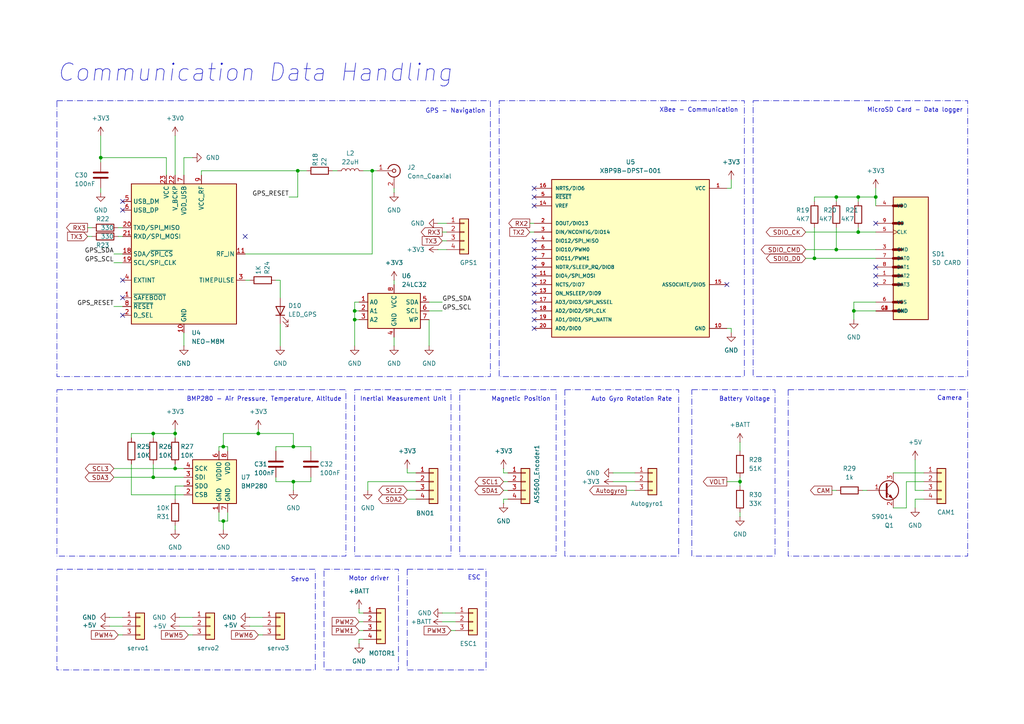
<source format=kicad_sch>
(kicad_sch (version 20231120) (generator "eeschema") (generator_version "8.0")
  (paper "A4")
  (title_block (title "CanSat Avionics - Auto Gyro Descender") (date "2024-10-04") (rev "1.2") (company "Bamantara EEPISAT") (comment 1 "#Bismillah_Juara_1") (comment 2 "#DOA_IBU"))
  (lib_symbols
    (symbol "+3V0_1" (power) (pin_numbers hide) (pin_names (offset 0) hide)
      (property "Value" "+3V0" (at 0 3.556 0))
      (symbol "+3V0_1_0_1"
        (polyline (pts (xy -0.762 1.27) (xy 0 2.54)))
        (polyline (pts (xy 0 0) (xy 0 2.54)))
        (polyline (pts (xy 0 2.54) (xy 0.762 1.27)))
      )
      (symbol "+3V0_1_1_1"
        (pin power_in line (at 0 0 90) (length 0) (name "~") (number "1"))
      )
    )
    (symbol "+3V3_1" (power) (pin_numbers hide) (pin_names (offset 0) hide)
      (property "Value" "+3V3" (at 0 3.556 0))
      (symbol "+3V3_1_0_1"
        (polyline (pts (xy -0.762 1.27) (xy 0 2.54)))
        (polyline (pts (xy 0 0) (xy 0 2.54)))
        (polyline (pts (xy 0 2.54) (xy 0.762 1.27)))
      )
      (symbol "+3V3_1_1_1"
        (pin power_in line (at 0 0 90) (length 0) (name "~") (number "1"))
      )
    )
    (symbol "+5V_1" (power) (pin_numbers hide) (pin_names (offset 0) hide)
      (property "Value" "+5V" (at 0 3.556 0))
      (symbol "+5V_1_0_1"
        (polyline (pts (xy -0.762 1.27) (xy 0 2.54)))
        (polyline (pts (xy 0 0) (xy 0 2.54)))
        (polyline (pts (xy 0 2.54) (xy 0.762 1.27)))
      )
      (symbol "+5V_1_1_1"
        (pin power_in line (at 0 0 90) (length 0) (name "~") (number "1"))
      )
    )
    (symbol "+BATT_1" (power) (pin_numbers hide) (pin_names (offset 0) hide)
      (property "Value" "+BATT" (at 0 3.556 0))
      (symbol "+BATT_1_0_1"
        (polyline (pts (xy -0.762 1.27) (xy 0 2.54)))
        (polyline (pts (xy 0 0) (xy 0 2.54)))
        (polyline (pts (xy 0 2.54) (xy 0.762 1.27)))
      )
      (symbol "+BATT_1_1_1"
        (pin power_in line (at 0 0 90) (length 0) (name "~") (number "1"))
      )
    )
    (symbol "Connector:Conn_Coaxial" (pin_names (offset 1.016) hide)
      (property "Reference" "J" (at 0.254 3.048 0))
      (property "Value" "Conn_Coaxial" (at 2.921 0 90))
      (symbol "Conn_Coaxial_0_1"
        (arc (start -1.778 -0.508) (mid 0.2311 -1.8066) (end 1.778 0) (stroke (width 0.254)))
        (polyline (pts (xy -2.54 0) (xy -0.508 0)))
        (polyline (pts (xy 0 -2.54) (xy 0 -1.778)))
        (circle (center 0 0) (radius 0.508) (stroke (width 0.2032)))
        (arc (start 1.778 0) (mid 0.2099 1.8101) (end -1.778 0.508) (stroke (width 0.254)))
      )
      (symbol "Conn_Coaxial_1_1"
        (pin passive line (at -5.08 0 0) (length 2.54) (name "In") (number "1"))
        (pin passive line (at 0 -5.08 90) (length 2.54) (name "Ext") (number "2"))
      )
    )
    (symbol "Connector_Generic:Conn_01x03" (pin_names (offset 1.016) hide)
      (property "Reference" "J" (at 0 5.08 0))
      (property "Value" "Conn_01x03" (at 0 -5.08 0))
      (symbol "Conn_01x03_1_1"
        (rectangle (start -1.27 -2.413) (end 0 -2.667) (stroke (width 0.1524)))
        (rectangle (start -1.27 0.127) (end 0 -0.127) (stroke (width 0.1524)))
        (rectangle (start -1.27 2.667) (end 0 2.413) (stroke (width 0.1524)))
        (rectangle (start -1.27 3.81) (end 1.27 -3.81) (stroke (width 0.254)) (fill (type background)))
        (pin passive line (at -5.08 2.54 0) (length 3.81) (name "Pin_1") (number "1"))
        (pin passive line (at -5.08 0 0) (length 3.81) (name "Pin_2") (number "2"))
        (pin passive line (at -5.08 -2.54 0) (length 3.81) (name "Pin_3") (number "3"))
      )
    )
    (symbol "Connector_Generic:Conn_01x04" (pin_names (offset 1.016) hide)
      (property "Reference" "J" (at 0 5.08 0))
      (property "Value" "Conn_01x04" (at 0 -7.62 0))
      (symbol "Conn_01x04_1_1"
        (rectangle (start -1.27 -4.953) (end 0 -5.207) (stroke (width 0.1524)))
        (rectangle (start -1.27 -2.413) (end 0 -2.667) (stroke (width 0.1524)))
        (rectangle (start -1.27 0.127) (end 0 -0.127) (stroke (width 0.1524)))
        (rectangle (start -1.27 2.667) (end 0 2.413) (stroke (width 0.1524)))
        (rectangle (start -1.27 3.81) (end 1.27 -6.35) (stroke (width 0.254)) (fill (type background)))
        (pin passive line (at -5.08 2.54 0) (length 3.81) (name "Pin_1") (number "1"))
        (pin passive line (at -5.08 0 0) (length 3.81) (name "Pin_2") (number "2"))
        (pin passive line (at -5.08 -2.54 0) (length 3.81) (name "Pin_3") (number "3"))
        (pin passive line (at -5.08 -5.08 0) (length 3.81) (name "Pin_4") (number "4"))
      )
    )
    (symbol "Device:C" (pin_numbers hide) (pin_names (offset 0.254))
      (property "Reference" "C" (at 0.635 2.54 0))
      (property "Value" "C" (at 0.635 -2.54 0))
      (symbol "C_0_1"
        (polyline (pts (xy -2.032 -0.762) (xy 2.032 -0.762)) (stroke (width 0.508)))
        (polyline (pts (xy -2.032 0.762) (xy 2.032 0.762)) (stroke (width 0.508)))
      )
      (symbol "C_1_1"
        (pin passive line (at 0 3.81 270) (length 2.794) (name "~") (number "1"))
        (pin passive line (at 0 -3.81 90) (length 2.794) (name "~") (number "2"))
      )
    )
    (symbol "Device:L" (pin_numbers hide) (pin_names (offset 1.016) hide)
      (property "Reference" "L" (at -1.27 0 90))
      (property "Value" "L" (at 1.905 0 90))
      (symbol "L_0_1"
        (arc (start 0 -2.54) (mid 0.6323 -1.905) (end 0 -1.27))
        (arc (start 0 -1.27) (mid 0.6323 -0.635) (end 0 0))
        (arc (start 0 0) (mid 0.6323 0.635) (end 0 1.27))
        (arc (start 0 1.27) (mid 0.6323 1.905) (end 0 2.54))
      )
      (symbol "L_1_1"
        (pin passive line (at 0 3.81 270) (length 1.27) (name "1") (number "1"))
        (pin passive line (at 0 -3.81 90) (length 1.27) (name "2") (number "2"))
      )
    )
    (symbol "Device:LED" (pin_numbers hide) (pin_names (offset 1.016) hide)
      (property "Reference" "D" (at 0 2.54 0))
      (property "Value" "LED" (at 0 -2.54 0))
      (symbol "LED_0_1"
        (polyline (pts (xy -1.27 -1.27) (xy -1.27 1.27)) (stroke (width 0.254)))
        (polyline (pts (xy -1.27 0) (xy 1.27 0)))
        (polyline (pts (xy 1.27 -1.27) (xy 1.27 1.27) (xy -1.27 0) (xy 1.27 -1.27)) (stroke (width 0.254)))
        (polyline (pts (xy -3.048 -0.762) (xy -4.572 -2.286) (xy -3.81 -2.286) (xy -4.572 -2.286) (xy -4.572 -1.524)))
        (polyline (pts (xy -1.778 -0.762) (xy -3.302 -2.286) (xy -2.54 -2.286) (xy -3.302 -2.286) (xy -3.302 -1.524)))
      )
      (symbol "LED_1_1"
        (pin passive line (at -3.81 0 0) (length 2.54) (name "K") (number "1"))
        (pin passive line (at 3.81 0 180) (length 2.54) (name "A") (number "2"))
      )
    )
    (symbol "Device:Q_NPN_BEC" (pin_names (offset 0) hide)
      (property "Reference" "Q" (at 5.08 1.27 0))
      (property "Value" "Q_NPN_BEC" (at 5.08 -1.27 0))
      (symbol "Q_NPN_BEC_0_1"
        (polyline (pts (xy 0.635 0.635) (xy 2.54 2.54)))
        (polyline (pts (xy 0.635 -0.635) (xy 2.54 -2.54) (xy 2.54 -2.54)))
        (polyline (pts (xy 0.635 1.905) (xy 0.635 -1.905) (xy 0.635 -1.905)) (stroke (width 0.508)))
        (polyline (pts (xy 1.27 -1.778) (xy 1.778 -1.27) (xy 2.286 -2.286) (xy 1.27 -1.778) (xy 1.27 -1.778)) (fill (type outline)))
        (circle (center 1.27 0) (radius 2.8194) (stroke (width 0.254)))
      )
      (symbol "Q_NPN_BEC_1_1"
        (pin input line (at -5.08 0 0) (length 5.715) (name "B") (number "1"))
        (pin passive line (at 2.54 -5.08 90) (length 2.54) (name "E") (number "2"))
        (pin passive line (at 2.54 5.08 270) (length 2.54) (name "C") (number "3"))
      )
    )
    (symbol "Device:R" (pin_numbers hide) (pin_names (offset 0))
      (property "Reference" "R" (at 2.032 0 90))
      (property "Value" "R" (at 0 0 90))
      (symbol "R_0_1"
        (rectangle (start -1.016 -2.54) (end 1.016 2.54) (stroke (width 0.254)))
      )
      (symbol "R_1_1"
        (pin passive line (at 0 3.81 270) (length 1.27) (name "~") (number "1"))
        (pin passive line (at 0 -3.81 90) (length 1.27) (name "~") (number "2"))
      )
    )
    (symbol "GND_2" (power) (pin_numbers hide) (pin_names (offset 0) hide)
      (property "Value" "GND" (at 0 -3.81 0))
      (symbol "GND_2_0_1"
        (polyline (pts (xy 0 0) (xy 0 -1.27) (xy 1.27 -1.27) (xy 0 -2.54) (xy -1.27 -1.27) (xy 0 -1.27)))
      )
      (symbol "GND_2_1_1"
        (pin power_in line (at 0 0 270) (length 0) (name "~") (number "1"))
      )
    )
    (symbol "Memory_EEPROM:24LC32"
      (property "Reference" "U" (at -6.35 6.35 0))
      (property "Value" "24LC32" (at 1.27 6.35 0))
      (symbol "24LC32_1_1"
        (rectangle (start -7.62 5.08) (end 7.62 -5.08) (stroke (width 0.254)) (fill (type background)))
        (pin input line (at -10.16 2.54 0) (length 2.54) (name "A0") (number "1"))
        (pin input line (at -10.16 0 0) (length 2.54) (name "A1") (number "2"))
        (pin input line (at -10.16 -2.54 0) (length 2.54) (name "A2") (number "3"))
        (pin power_in line (at 0 -7.62 90) (length 2.54) (name "GND") (number "4"))
        (pin bidirectional line (at 10.16 2.54 180) (length 2.54) (name "SDA") (number "5"))
        (pin input line (at 10.16 0 180) (length 2.54) (name "SCL") (number "6"))
        (pin input line (at 10.16 -2.54 180) (length 2.54) (name "WP") (number "7"))
        (pin power_in line (at 0 7.62 270) (length 2.54) (name "VCC") (number "8"))
      )
    )
    (symbol "RF_GPS:NEO-M8M"
      (property "Reference" "U" (at -13.97 21.59 0))
      (property "Value" "NEO-M8M" (at 11.43 21.59 0))
      (symbol "NEO-M8M_0_1"
        (rectangle (start -15.24 20.32) (end 15.24 -20.32) (stroke (width 0.254)) (fill (type background)))
      )
      (symbol "NEO-M8M_1_1"
        (pin input line (at -17.78 -12.7 0) (length 2.54) (name "~{SAFEBOOT}") (number "1"))
        (pin power_in line (at 0 -22.86 90) (length 2.54) (name "GND") (number "10"))
        (pin input line (at 17.78 0 180) (length 2.54) (name "RF_IN") (number "11"))
        (pin passive line (at 0 -22.86 90) (length 2.54) hide (name "GND") (number "12"))
        (pin passive line (at 0 -22.86 90) (length 2.54) hide (name "GND") (number "13"))
        (pin no_connect line (at 15.24 -10.16 180) (length 2.54) hide (name "RESERVED") (number "14"))
        (pin no_connect line (at 15.24 -12.7 180) (length 2.54) hide (name "RESERVED") (number "15"))
        (pin no_connect line (at 15.24 -15.24 180) (length 2.54) hide (name "RESERVED") (number "16"))
        (pin no_connect line (at 15.24 -17.78 180) (length 2.54) hide (name "RESERVED") (number "17"))
        (pin bidirectional line (at -17.78 0 0) (length 2.54) (name "SDA/~{SPI_CS}") (number "18"))
        (pin input line (at -17.78 -2.54 0) (length 2.54) (name "SCL/SPI_CLK") (number "19"))
        (pin input line (at -17.78 -17.78 0) (length 2.54) (name "D_SEL") (number "2"))
        (pin output line (at -17.78 7.62 0) (length 2.54) (name "TXD/SPI_MISO") (number "20"))
        (pin input line (at -17.78 5.08 0) (length 2.54) (name "RXD/SPI_MOSI") (number "21"))
        (pin power_in line (at -2.54 22.86 270) (length 2.54) (name "V_BCKP") (number "22"))
        (pin power_in line (at -5.08 22.86 270) (length 2.54) (name "VCC") (number "23"))
        (pin passive line (at 0 -22.86 90) (length 2.54) hide (name "GND") (number "24"))
        (pin output line (at 17.78 -7.62 180) (length 2.54) (name "TIMEPULSE") (number "3"))
        (pin input line (at -17.78 -7.62 0) (length 2.54) (name "EXTINT") (number "4"))
        (pin bidirectional line (at -17.78 15.24 0) (length 2.54) (name "USB_DM") (number "5"))
        (pin bidirectional line (at -17.78 12.7 0) (length 2.54) (name "USB_DP") (number "6"))
        (pin power_in line (at 0 22.86 270) (length 2.54) (name "VDD_USB") (number "7"))
        (pin input line (at -17.78 -15.24 0) (length 2.54) (name "~{RESET}") (number "8"))
        (pin power_out line (at 5.08 22.86 270) (length 2.54) (name "VCC_RF") (number "9"))
      )
    )
    (symbol "ST-TF-003A:ST-TF-003A" (pin_names (offset 1.016))
      (property "Reference" "P" (at 0 17.7943 0))
      (property "Value" "ST-TF-003A" (at 0 -20.3492 0))
      (symbol "ST-TF-003A_0_0"
        (rectangle (start 0 -17.78) (end 10.16 17.78) (stroke (width 0.254)) (fill (type background)))
        (polyline (pts (xy 0 -15.24) (xy 2.54 -15.24)) (stroke (width 0.762)))
        (polyline (pts (xy 0 -12.7) (xy 2.54 -12.7)) (stroke (width 0.762)))
        (polyline (pts (xy 0 -7.62) (xy 2.54 -7.62)) (stroke (width 0.762)))
        (polyline (pts (xy 0 -5.08) (xy 2.54 -5.08)) (stroke (width 0.762)))
        (polyline (pts (xy 0 -2.54) (xy 2.54 -2.54)) (stroke (width 0.762)))
        (polyline (pts (xy 0 0) (xy 2.54 0)) (stroke (width 0.762)))
        (polyline (pts (xy 0 2.54) (xy 2.54 2.54)) (stroke (width 0.762)))
        (polyline (pts (xy 0 10.16) (xy 2.54 10.16)) (stroke (width 0.762)))
        (polyline (pts (xy 0 15.24) (xy 2.54 15.24)) (stroke (width 0.762)))
        (pin bidirectional line (at -5.08 -5.08 0) (length 5.08) (name "DAT2") (number "1"))
        (pin bidirectional line (at -5.08 -7.62 0) (length 5.08) (name "DAT3") (number "2"))
        (pin bidirectional line (at -5.08 2.54 0) (length 5.08) (name "CMD") (number "3"))
        (pin power_in line (at -5.08 15.24 0) (length 5.08) (name "VDD") (number "4"))
        (pin input clock (at -5.08 7.62 0) (length 5.08) (name "CLK") (number "5"))
        (pin passive line (at -5.08 -12.7 0) (length 5.08) (name "VSS") (number "6"))
        (pin bidirectional line (at -5.08 0 0) (length 5.08) (name "DAT0") (number "7"))
        (pin bidirectional line (at -5.08 -2.54 0) (length 5.08) (name "DAT1") (number "8"))
        (pin input line (at -5.08 10.16 0) (length 5.08) (name "CD") (number "9"))
        (pin passive line (at -5.08 -15.24 0) (length 5.08) (name "GND") (number "G1"))
        (pin passive line (at -5.08 -15.24 0) (length 5.08) (name "GND") (number "G2"))
        (pin passive line (at -5.08 -15.24 0) (length 5.08) (name "GND") (number "G3"))
        (pin passive line (at -5.08 -15.24 0) (length 5.08) (name "GND") (number "G4"))
      )
    )
    (symbol "Sensor_Pressure:BMP280"
      (property "Reference" "U" (at -7.62 10.16 0))
      (property "Value" "BMP280" (at 5.08 10.16 0))
      (symbol "BMP280_0_1"
        (rectangle (start -7.62 -5.08) (end 5.08 7.62) (stroke (width 0.254)) (fill (type background)))
      )
      (symbol "BMP280_1_1"
        (pin power_in line (at 0 -7.62 90) (length 2.54) (name "GND") (number "1"))
        (pin input line (at -10.16 -2.54 0) (length 2.54) (name "CSB") (number "2"))
        (pin bidirectional line (at -10.16 2.54 0) (length 2.54) (name "SDI") (number "3"))
        (pin input line (at -10.16 5.08 0) (length 2.54) (name "SCK") (number "4"))
        (pin bidirectional line (at -10.16 0 0) (length 2.54) (name "SDO") (number "5"))
        (pin power_in line (at 0 10.16 270) (length 2.54) (name "VDDIO") (number "6"))
        (pin power_in line (at 2.54 -7.62 90) (length 2.54) (name "GND") (number "7"))
        (pin power_in line (at 2.54 10.16 270) (length 2.54) (name "VDD") (number "8"))
      )
    )
    (symbol "XBP9B-DPST-001:XBP9B-DPST-001" (pin_names (offset 1.016))
      (property "Reference" "U" (at -22.9283 25.476 0))
      (property "Value" "XBP9B-DPST-001" (at -22.8929 -25.4366 0))
      (symbol "XBP9B-DPST-001_0_0"
        (rectangle (start -22.86 -22.86) (end 22.86 22.86) (stroke (width 0.254)) (fill (type background)))
        (pin power_in line (at 27.94 20.32 180) (length 5.08) (name "VCC") (number "1"))
        (pin power_in line (at 27.94 -20.32 180) (length 5.08) (name "GND") (number "10"))
        (pin bidirectional line (at -27.94 -5.08 0) (length 5.08) (name "DIO4/SPI_MOSI") (number "11"))
        (pin bidirectional line (at -27.94 -7.62 0) (length 5.08) (name "NCTS/DIO7") (number "12"))
        (pin bidirectional line (at -27.94 -10.16 0) (length 5.08) (name "ON_NSLEEP/DIO9") (number "13"))
        (pin input line (at -27.94 15.24 0) (length 5.08) (name "VREF") (number "14"))
        (pin output line (at 27.94 -7.62 180) (length 5.08) (name "ASSOCIATE/DIO5") (number "15"))
        (pin input line (at -27.94 20.32 0) (length 5.08) (name "NRTS/DIO6") (number "16"))
        (pin bidirectional line (at -27.94 -12.7 0) (length 5.08) (name "AD3/DIO3/SPI_NSSEL") (number "17"))
        (pin bidirectional line (at -27.94 -15.24 0) (length 5.08) (name "AD2/DIO2/SPI_CLK") (number "18"))
        (pin bidirectional line (at -27.94 -17.78 0) (length 5.08) (name "AD1/DIO1/SPI_NATTN") (number "19"))
        (pin bidirectional line (at -27.94 10.16 0) (length 5.08) (name "DOUT/DIO13") (number "2"))
        (pin bidirectional line (at -27.94 -20.32 0) (length 5.08) (name "AD0/DIO0") (number "20"))
        (pin bidirectional line (at -27.94 7.62 0) (length 5.08) (name "DIN/NCONFIG/DIO14") (number "3"))
        (pin bidirectional line (at -27.94 5.08 0) (length 5.08) (name "DIO12/SPI_MISO") (number "4"))
        (pin input line (at -27.94 17.78 0) (length 5.08) (name "~{RESET}") (number "5"))
        (pin bidirectional line (at -27.94 2.54 0) (length 5.08) (name "DIO10/PWM0") (number "6"))
        (pin bidirectional line (at -27.94 0 0) (length 5.08) (name "DIO11/PWM1") (number "7"))
        (pin bidirectional line (at -27.94 -2.54 0) (length 5.08) (name "NDTR/SLEEP_RQ/DIO8") (number "9"))
      )
    )
  )
  (junction (at 247.65 90.17))
  (junction (at 242.57 72.39))
  (junction (at 29.21 45.72))
  (junction (at 85.09 139.7))
  (junction (at 248.92 67.31))
  (junction (at 248.92 57.15))
  (junction (at 254 57.15))
  (junction (at 214.63 139.7))
  (junction (at 107.95 49.53))
  (junction (at 44.45 138.43))
  (junction (at 50.8 125.73))
  (junction (at 242.57 57.15))
  (junction (at 64.77 129.54))
  (junction (at 86.36 49.53))
  (junction (at 85.09 129.54))
  (junction (at 236.22 74.93))
  (junction (at 50.8 135.89))
  (junction (at 102.87 90.17))
  (junction (at 102.87 92.71))
  (junction (at 74.93 125.73))
  (junction (at 44.45 125.73))
  (junction (at 64.77 151.13))
  (no_connect (at 154.94 82.55))
  (no_connect (at 154.94 87.63))
  (no_connect (at 154.94 95.25))
  (no_connect (at 35.56 60.96))
  (no_connect (at 154.94 90.17))
  (no_connect (at 35.56 58.42))
  (no_connect (at 71.12 68.58))
  (no_connect (at 210.82 82.55))
  (no_connect (at 154.94 74.93))
  (no_connect (at 35.56 86.36))
  (no_connect (at 154.94 59.69))
  (no_connect (at 154.94 54.61))
  (no_connect (at 154.94 92.71))
  (no_connect (at 154.94 85.09))
  (no_connect (at 254 64.77))
  (no_connect (at 154.94 80.01))
  (no_connect (at 154.94 77.47))
  (no_connect (at 35.56 81.28))
  (no_connect (at 154.94 72.39))
  (no_connect (at 154.94 57.15))
  (no_connect (at 154.94 69.85))
  (no_connect (at 254 82.55))
  (no_connect (at 254 77.47))
  (no_connect (at 254 80.01))
  (no_connect (at 35.56 91.44))
  (wire (pts (xy 241.3 142.24) (xy 242.57 142.24)))
  (wire (pts (xy 250.19 142.24) (xy 251.46 142.24)))
  (wire (pts (xy 104.14 87.63) (xy 102.87 87.63)))
  (wire (pts (xy 64.77 151.13) (xy 66.04 151.13)))
  (wire (pts (xy 58.42 49.53) (xy 86.36 49.53)))
  (wire (pts (xy 127 72.39) (xy 129.54 72.39)))
  (wire (pts (xy 104.14 176.53) (xy 104.14 177.8)))
  (wire (pts (xy 64.77 151.13) (xy 64.77 153.67)))
  (wire (pts (xy 247.65 90.17) (xy 247.65 92.71)))
  (wire (pts (xy 128.27 69.85) (xy 129.54 69.85)))
  (wire (pts (xy 34.29 68.58) (xy 35.56 68.58)))
  (wire (pts (xy 90.17 130.81) (xy 90.17 129.54)))
  (wire (pts (xy 214.63 138.43) (xy 214.63 139.7)))
  (wire (pts (xy 248.92 58.42) (xy 248.92 57.15)))
  (wire (pts (xy 128.27 180.34) (xy 132.08 180.34)))
  (wire (pts (xy 33.02 73.66) (xy 35.56 73.66)))
  (wire (pts (xy 66.04 130.81) (xy 66.04 129.54)))
  (wire (pts (xy 102.87 90.17) (xy 104.14 90.17)))
  (wire (pts (xy 242.57 57.15) (xy 236.22 57.15)))
  (wire (pts (xy 86.36 49.53) (xy 86.36 57.15)))
  (wire (pts (xy 181.61 142.24) (xy 184.15 142.24)))
  (wire (pts (xy 236.22 57.15) (xy 236.22 58.42)))
  (wire (pts (xy 107.95 73.66) (xy 107.95 49.53)))
  (wire (pts (xy 147.32 144.78) (xy 146.05 144.78)))
  (wire (pts (xy 50.8 134.62) (xy 50.8 135.89)))
  (wire (pts (xy 177.8 139.7) (xy 184.15 139.7)))
  (wire (pts (xy 102.87 87.63) (xy 102.87 90.17)))
  (wire (pts (xy 146.05 142.24) (xy 147.32 142.24)))
  (wire (pts (xy 90.17 138.43) (xy 90.17 139.7)))
  (wire (pts (xy 104.14 185.42) (xy 104.14 186.69)))
  (wire (pts (xy 130.81 182.88) (xy 132.08 182.88)))
  (wire (pts (xy 265.43 142.24) (xy 265.43 133.35)))
  (wire (pts (xy 50.8 135.89) (xy 53.34 135.89)))
  (wire (pts (xy 33.02 135.89) (xy 50.8 135.89)))
  (wire (pts (xy 76.2 181.61) (xy 72.39 181.61)))
  (wire (pts (xy 212.09 95.25) (xy 210.82 95.25)))
  (wire (pts (xy 38.1 143.51) (xy 53.34 143.51)))
  (wire (pts (xy 262.89 139.7) (xy 267.97 139.7)))
  (wire (pts (xy 50.8 125.73) (xy 50.8 127)))
  (wire (pts (xy 242.57 66.04) (xy 242.57 72.39)))
  (wire (pts (xy 53.34 50.8) (xy 53.34 45.72)))
  (wire (pts (xy 105.41 185.42) (xy 104.14 185.42)))
  (wire (pts (xy 71.12 73.66) (xy 107.95 73.66)))
  (wire (pts (xy 267.97 142.24) (xy 265.43 142.24)))
  (wire (pts (xy 54.61 184.15) (xy 55.88 184.15)))
  (wire (pts (xy 242.57 57.15) (xy 242.57 58.42)))
  (wire (pts (xy 38.1 125.73) (xy 44.45 125.73)))
  (wire (pts (xy 214.63 139.7) (xy 214.63 140.97)))
  (wire (pts (xy 44.45 125.73) (xy 50.8 125.73)))
  (wire (pts (xy 53.34 96.52) (xy 53.34 100.33)))
  (wire (pts (xy 66.04 148.59) (xy 66.04 151.13)))
  (wire (pts (xy 63.5 151.13) (xy 64.77 151.13)))
  (wire (pts (xy 90.17 139.7) (xy 85.09 139.7)))
  (wire (pts (xy 153.67 64.77) (xy 154.94 64.77)))
  (wire (pts (xy 254 57.15) (xy 254 59.69)))
  (wire (pts (xy 85.09 139.7) (xy 85.09 142.24)))
  (wire (pts (xy 114.3 54.61) (xy 114.3 55.88)))
  (wire (pts (xy 124.46 90.17) (xy 128.27 90.17)))
  (wire (pts (xy 114.3 97.79) (xy 114.3 100.33)))
  (wire (pts (xy 248.92 57.15) (xy 254 57.15)))
  (wire (pts (xy 38.1 134.62) (xy 38.1 143.51)))
  (wire (pts (xy 212.09 54.61) (xy 210.82 54.61)))
  (wire (pts (xy 105.41 177.8) (xy 104.14 177.8)))
  (wire (pts (xy 64.77 129.54) (xy 63.5 129.54)))
  (wire (pts (xy 248.92 67.31) (xy 254 67.31)))
  (wire (pts (xy 50.8 39.37) (xy 50.8 50.8)))
  (wire (pts (xy 114.3 81.28) (xy 114.3 82.55)))
  (wire (pts (xy 120.65 139.7) (xy 106.68 139.7)))
  (wire (pts (xy 118.11 142.24) (xy 120.65 142.24)))
  (wire (pts (xy 254 87.63) (xy 247.65 87.63)))
  (wire (pts (xy 29.21 45.72) (xy 29.21 46.99)))
  (wire (pts (xy 254 54.61) (xy 254 57.15)))
  (wire (pts (xy 81.28 93.98) (xy 81.28 100.33)))
  (wire (pts (xy 25.4 68.58) (xy 26.67 68.58)))
  (wire (pts (xy 118.11 144.78) (xy 120.65 144.78)))
  (wire (pts (xy 86.36 57.15) (xy 83.82 57.15)))
  (wire (pts (xy 233.68 74.93) (xy 236.22 74.93)))
  (wire (pts (xy 177.8 137.16) (xy 184.15 137.16)))
  (wire (pts (xy 242.57 72.39) (xy 254 72.39)))
  (wire (pts (xy 104.14 180.34) (xy 105.41 180.34)))
  (wire (pts (xy 58.42 49.53) (xy 58.42 50.8)))
  (wire (pts (xy 212.09 52.07) (xy 212.09 54.61)))
  (wire (pts (xy 63.5 129.54) (xy 63.5 130.81)))
  (wire (pts (xy 90.17 129.54) (xy 85.09 129.54)))
  (wire (pts (xy 50.8 152.4) (xy 50.8 153.67)))
  (wire (pts (xy 74.93 124.46) (xy 74.93 125.73)))
  (wire (pts (xy 96.52 49.53) (xy 97.79 49.53)))
  (wire (pts (xy 248.92 66.04) (xy 248.92 67.31)))
  (wire (pts (xy 102.87 92.71) (xy 104.14 92.71)))
  (wire (pts (xy 236.22 66.04) (xy 236.22 74.93)))
  (wire (pts (xy 214.63 128.27) (xy 214.63 130.81)))
  (wire (pts (xy 53.34 45.72) (xy 55.88 45.72)))
  (wire (pts (xy 48.26 45.72) (xy 48.26 50.8)))
  (wire (pts (xy 72.39 179.07) (xy 76.2 179.07)))
  (wire (pts (xy 52.07 179.07) (xy 55.88 179.07)))
  (wire (pts (xy 146.05 144.78) (xy 146.05 146.05)))
  (wire (pts (xy 212.09 96.52) (xy 212.09 95.25)))
  (wire (pts (xy 118.11 137.16) (xy 118.11 135.89)))
  (wire (pts (xy 34.29 184.15) (xy 35.56 184.15)))
  (wire (pts (xy 248.92 57.15) (xy 242.57 57.15)))
  (wire (pts (xy 236.22 74.93) (xy 254 74.93)))
  (wire (pts (xy 259.08 137.16) (xy 267.97 137.16)))
  (wire (pts (xy 33.02 76.2) (xy 35.56 76.2)))
  (wire (pts (xy 120.65 137.16) (xy 118.11 137.16)))
  (wire (pts (xy 85.09 129.54) (xy 80.01 129.54)))
  (wire (pts (xy 71.12 81.28) (xy 72.39 81.28)))
  (wire (pts (xy 29.21 45.72) (xy 48.26 45.72)))
  (wire (pts (xy 44.45 125.73) (xy 44.45 127)))
  (wire (pts (xy 63.5 148.59) (xy 63.5 151.13)))
  (wire (pts (xy 265.43 144.78) (xy 267.97 144.78)))
  (wire (pts (xy 66.04 129.54) (xy 64.77 129.54)))
  (wire (pts (xy 38.1 127) (xy 38.1 125.73)))
  (wire (pts (xy 50.8 144.78) (xy 50.8 140.97)))
  (wire (pts (xy 55.88 181.61) (xy 52.07 181.61)))
  (wire (pts (xy 74.93 125.73) (xy 64.77 125.73)))
  (wire (pts (xy 124.46 92.71) (xy 124.46 100.33)))
  (wire (pts (xy 50.8 140.97) (xy 53.34 140.97)))
  (wire (pts (xy 254 90.17) (xy 247.65 90.17)))
  (wire (pts (xy 146.05 139.7) (xy 147.32 139.7)))
  (wire (pts (xy 25.4 66.04) (xy 26.67 66.04)))
  (wire (pts (xy 247.65 87.63) (xy 247.65 90.17)))
  (wire (pts (xy 105.41 49.53) (xy 107.95 49.53)))
  (wire (pts (xy 31.75 179.07) (xy 35.56 179.07)))
  (wire (pts (xy 262.89 147.32) (xy 262.89 139.7)))
  (wire (pts (xy 81.28 86.36) (xy 81.28 81.28)))
  (wire (pts (xy 33.02 138.43) (xy 44.45 138.43)))
  (wire (pts (xy 86.36 49.53) (xy 88.9 49.53)))
  (wire (pts (xy 80.01 139.7) (xy 85.09 139.7)))
  (wire (pts (xy 259.08 147.32) (xy 262.89 147.32)))
  (wire (pts (xy 146.05 137.16) (xy 147.32 137.16)))
  (wire (pts (xy 102.87 90.17) (xy 102.87 92.71)))
  (wire (pts (xy 29.21 39.37) (xy 29.21 45.72)))
  (wire (pts (xy 210.82 139.7) (xy 214.63 139.7)))
  (wire (pts (xy 214.63 148.59) (xy 214.63 149.86)))
  (wire (pts (xy 106.68 139.7) (xy 106.68 142.24)))
  (wire (pts (xy 35.56 88.9) (xy 33.02 88.9)))
  (wire (pts (xy 85.09 125.73) (xy 85.09 129.54)))
  (wire (pts (xy 102.87 92.71) (xy 102.87 100.33)))
  (wire (pts (xy 233.68 67.31) (xy 248.92 67.31)))
  (wire (pts (xy 128.27 177.8) (xy 132.08 177.8)))
  (wire (pts (xy 104.14 182.88) (xy 105.41 182.88)))
  (wire (pts (xy 80.01 138.43) (xy 80.01 139.7)))
  (wire (pts (xy 64.77 125.73) (xy 64.77 129.54)))
  (wire (pts (xy 29.21 54.61) (xy 29.21 55.88)))
  (wire (pts (xy 34.29 66.04) (xy 35.56 66.04)))
  (wire (pts (xy 50.8 124.46) (xy 50.8 125.73)))
  (wire (pts (xy 128.27 67.31) (xy 129.54 67.31)))
  (wire (pts (xy 153.67 67.31) (xy 154.94 67.31)))
  (wire (pts (xy 35.56 181.61) (xy 31.75 181.61)))
  (wire (pts (xy 146.05 135.89) (xy 146.05 137.16)))
  (wire (pts (xy 233.68 72.39) (xy 242.57 72.39)))
  (wire (pts (xy 44.45 138.43) (xy 53.34 138.43)))
  (wire (pts (xy 124.46 87.63) (xy 128.27 87.63)))
  (wire (pts (xy 265.43 147.32) (xy 265.43 144.78)))
  (wire (pts (xy 44.45 134.62) (xy 44.45 138.43)))
  (wire (pts (xy 74.93 125.73) (xy 85.09 125.73)))
  (wire (pts (xy 109.22 49.53) (xy 107.95 49.53)))
  (wire (pts (xy 127 64.77) (xy 129.54 64.77)))
  (wire (pts (xy 80.01 129.54) (xy 80.01 130.81)))
  (wire (pts (xy 81.28 81.28) (xy 80.01 81.28)))
  (wire (pts (xy 74.93 184.15) (xy 76.2 184.15)))
  (rectangle (start 228.6 113.03) (end 280.67 161.29) (stroke (width 0) (type dash_dot)))
  (rectangle (start 16.51 113.03) (end 100.33 161.29) (stroke (width 0) (type dash_dot)))
  (rectangle (start 102.87 113.03) (end 130.81 161.29) (stroke (width 0) (type dash_dot)))
  (rectangle (start 118.11 165.1) (end 140.97 194.31) (stroke (width 0) (type dash_dot)))
  (rectangle (start 163.83 113.03) (end 196.85 161.29) (stroke (width 0) (type dash_dot)))
  (rectangle (start 200.66 113.03) (end 224.79 161.29) (stroke (width 0) (type dash_dot)))
  (rectangle (start 144.78 29.21) (end 215.9 109.22) (stroke (width 0) (type dash_dot)))
  (rectangle (start 16.51 29.21) (end 142.24 109.22) (stroke (width 0) (type dash_dot)))
  (rectangle (start 16.51 165.1) (end 91.44 194.31) (stroke (width 0) (type dash_dot)))
  (rectangle (start 133.35 113.03) (end 161.29 161.29) (stroke (width 0) (type dash_dot)))
  (rectangle (start 218.44 29.21) (end 280.67 109.22) (stroke (width 0) (type dash_dot)))
  (rectangle (start 93.98 165.1) (end 115.57 194.31) (stroke (width 0) (type dash_dot)))
  (text "Servo" (at 84.328 168.148 0) (effects (font (size 1.27 1.27)) (justify left)))
  (text "ESC" (at 135.636 167.64 0) (effects (font (size 1.27 1.27)) (justify left)))
  (text "MicroSD Card - Data logger\n" (at 251.46 32.004 0) (effects (font (size 1.27 1.27)) (justify left)))
  (text "\nAuto Gyro Rotation Rate" (at 171.45 114.808 0) (effects (font (size 1.27 1.27)) (justify left)))
  (text "Magnetic Position\n" (at 142.494 115.824 0) (effects (font (size 1.27 1.27)) (justify left)))
  (text "Inertial Measurement Unit" (at 104.394 115.824 0) (effects (font (size 1.27 1.27)) (justify left)))
  (text "Camera" (at 271.78 115.57 0) (effects (font (size 1.27 1.27)) (justify left)))
  (text "BMP280 - Air Pressure, Temperature, Altitude\n" (at 54.102 115.824 0) (effects (font (size 1.27 1.27)) (justify left)))
  (text "Motor driver" (at 101.092 167.894 0) (effects (font (size 1.27 1.27)) (justify left)))
  (text "Battery Voltage" (at 208.534 115.824 0) (effects (font (size 1.27 1.27)) (justify left)))
  (text "Communication Data Handling\n" (at 16.51 24.13 0) (effects (font (size 5 5) (italic yes)) (justify left bottom)))
  (text "GPS - Navigation" (at 132.08 32.258 0) (effects (font (size 1.27 1.27))))
  (text "XBee - Communication" (at 202.692 32.004 0) (effects (font (size 1.27 1.27))))
  (label "GPS_SDA" (at 33.02 73.66 180))
  (label "GPS_RESET" (at 33.02 88.9 180))
  (label "GPS_RESET" (at 83.82 57.15 180))
  (label "GPS_SCL" (at 33.02 76.2 180))
  (label "GPS_SDA" (at 128.27 87.63 0))
  (label "GPS_SCL" (at 128.27 90.17 0))
  (global_label "SDA1" (shape bidirectional) (at 146.05 142.24 180) (property "Intersheetrefs" "${INTERSHEET_REFS}" (effects (hide yes))))
  (global_label "SDIO_D0" (shape bidirectional) (at 233.68 74.93 180) (property "Intersheetrefs" "${INTERSHEET_REFS}" (effects (hide yes))))
  (global_label "TX3" (shape input) (at 128.27 69.85 180) (property "Intersheetrefs" "${INTERSHEET_REFS}" (effects (hide yes))))
  (global_label "SDIO_CMD" (shape bidirectional) (at 233.68 72.39 180) (property "Intersheetrefs" "${INTERSHEET_REFS}" (effects (hide yes))))
  (global_label "CAM" (shape output) (at 241.3 142.24 180) (property "Intersheetrefs" "${INTERSHEET_REFS}" (effects (hide yes))))
  (global_label "PWM3" (shape input) (at 130.81 182.88 180) (property "Intersheetrefs" "${INTERSHEET_REFS}" (effects (hide yes))))
  (global_label "RX2" (shape output) (at 153.67 64.77 180) (property "Intersheetrefs" "${INTERSHEET_REFS}" (effects (hide yes))))
  (global_label "SDA3" (shape bidirectional) (at 33.02 138.43 180) (property "Intersheetrefs" "${INTERSHEET_REFS}" (effects (hide yes))))
  (global_label "RX3" (shape output) (at 128.27 67.31 180) (property "Intersheetrefs" "${INTERSHEET_REFS}" (effects (hide yes))))
  (global_label "SCL2" (shape bidirectional) (at 118.11 142.24 180) (property "Intersheetrefs" "${INTERSHEET_REFS}" (effects (hide yes))))
  (global_label "PWM6" (shape input) (at 74.93 184.15 180) (property "Intersheetrefs" "${INTERSHEET_REFS}" (effects (hide yes))))
  (global_label "Autogyro" (shape output) (at 181.61 142.24 180) (property "Intersheetrefs" "${INTERSHEET_REFS}" (effects (hide yes))))
  (global_label "PWM2" (shape input) (at 104.14 180.34 180) (property "Intersheetrefs" "${INTERSHEET_REFS}" (effects (hide yes))))
  (global_label "TX2" (shape input) (at 153.67 67.31 180) (property "Intersheetrefs" "${INTERSHEET_REFS}" (effects (hide yes))))
  (global_label "VOLT" (shape output) (at 210.82 139.7 180) (property "Intersheetrefs" "${INTERSHEET_REFS}" (effects (hide yes))))
  (global_label "SDIO_CK" (shape bidirectional) (at 233.68 67.31 180) (property "Intersheetrefs" "${INTERSHEET_REFS}" (effects (hide yes))))
  (global_label "SCL1" (shape bidirectional) (at 146.05 139.7 180) (property "Intersheetrefs" "${INTERSHEET_REFS}" (effects (hide yes))))
  (global_label "PWM5" (shape input) (at 54.61 184.15 180) (property "Intersheetrefs" "${INTERSHEET_REFS}" (effects (hide yes))))
  (global_label "PWM4" (shape input) (at 34.29 184.15 180) (property "Intersheetrefs" "${INTERSHEET_REFS}" (effects (hide yes))))
  (global_label "RX3" (shape output) (at 25.4 66.04 180) (property "Intersheetrefs" "${INTERSHEET_REFS}" (effects (hide yes))))
  (global_label "SDA2" (shape bidirectional) (at 118.11 144.78 180) (property "Intersheetrefs" "${INTERSHEET_REFS}" (effects (hide yes))))
  (global_label "SCL3" (shape bidirectional) (at 33.02 135.89 180) (property "Intersheetrefs" "${INTERSHEET_REFS}" (effects (hide yes))))
  (global_label "TX3" (shape input) (at 25.4 68.58 180) (property "Intersheetrefs" "${INTERSHEET_REFS}" (effects (hide yes))))
  (global_label "PWM1" (shape input) (at 104.14 182.88 180) (property "Intersheetrefs" "${INTERSHEET_REFS}" (effects (hide yes))))
  (symbol (lib_name "+3V3_1") (lib_id "power:+3V3") (at 146.05 135.89 0) (unit 1)
    (property "Reference" "#PWR071" (effects (hide yes)))
    (property "Value" "+3V3" (at 146.05 130.81 0))
    (property "Description" "Power symbol creates a global label with name \"+3V3\"" (effects (hide yes)))
  )
  (symbol (lib_id "Connector_Generic:Conn_01x04") (at 273.05 139.7 0) (unit 1)
    (property "Reference" "CAM1" (at 271.78 148.59 0) (effects (justify left)))
    (property "Value" "xx" (effects (hide yes)))
    (property "Footprint" "Connector_JST:JST_XH_B4B-XH-A_1x04_P2.50mm_Vertical" (effects (hide yes)))
  )
  (symbol (lib_name "+5V_1") (lib_id "power:+5V") (at 52.07 181.61 90) (unit 1)
    (property "Reference" "#PWR088" (effects (hide yes)))
    (property "Value" "+5V" (at 46.228 181.61 90))
    (property "Description" "Power symbol creates a global label with name \"+5V\"" (effects (hide yes)))
  )
  (symbol (lib_name "+3V3_1") (lib_id "power:+3V3") (at 118.11 135.89 0) (unit 1)
    (property "Reference" "#PWR070" (effects (hide yes)))
    (property "Value" "+3V3" (at 118.11 130.81 0))
    (property "Description" "Power symbol creates a global label with name \"+3V3\"" (effects (hide yes)))
  )
  (symbol (lib_id "Device:R") (at 92.71 49.53 90) (unit 1)
    (property "Reference" "R18" (at 91.44 48.26 0) (effects (justify left)))
    (property "Value" "22" (at 93.98 48.26 0) (effects (justify left)))
    (property "Footprint" "Resistor_SMD:R_0603_1608Metric" (effects (hide yes)))
  )
  (symbol (lib_id "Device:R") (at 214.63 144.78 0) (unit 1)
    (property "Reference" "R30" (at 217.17 143.5099 0) (effects (justify left)))
    (property "Value" "33K" (at 217.17 146.0499 0) (effects (justify left)))
    (property "Footprint" "Resistor_SMD:R_0603_1608Metric" (effects (hide yes)))
  )
  (symbol (lib_name "GND_2") (lib_id "power:GND") (at 124.46 100.33 0) (unit 1)
    (property "Reference" "#PWR065" (effects (hide yes)))
    (property "Value" "GND" (at 124.46 105.41 0))
    (property "Description" "Power symbol creates a global label with name \"GND\" , ground" (effects (hide yes)))
  )
  (symbol (lib_name "GND_2") (lib_id "power:GND") (at 72.39 179.07 270) (unit 1)
    (property "Reference" "#PWR085" (effects (hide yes)))
    (property "Value" "GND" (at 68.58 179.0699 90) (effects (justify right)))
    (property "Description" "Power symbol creates a global label with name \"GND\" , ground" (effects (hide yes)))
  )
  (symbol (lib_name "GND_2") (lib_id "power:GND") (at 102.87 100.33 0) (unit 1)
    (property "Reference" "#PWR063" (effects (hide yes)))
    (property "Value" "GND" (at 102.87 105.41 0))
    (property "Description" "Power symbol creates a global label with name \"GND\" , ground" (effects (hide yes)))
  )
  (symbol (lib_id "Sensor_Pressure:BMP280") (at 63.5 140.97 0) (unit 1)
    (property "Reference" "U7" (at 69.85 138.43 0) (effects (justify left)))
    (property "Value" "BMP280" (at 69.85 140.97 0) (effects (justify left)))
    (property "Footprint" "Package_LGA:Bosch_LGA-8_2x2.5mm_P0.65mm_ClockwisePinNumbering" (effects (hide yes)))
    (property "Datasheet" "https://ae-bst.resource.bosch.com/media/_tech/media/datasheets/BST-BMP280-DS001.pdf" (effects (hide yes)))
  )
  (symbol (lib_name "+5V_1") (lib_id "power:+5V") (at 72.39 181.61 90) (unit 1)
    (property "Reference" "#PWR089" (effects (hide yes)))
    (property "Value" "+5V" (at 66.802 181.356 90))
    (property "Description" "Power symbol creates a global label with name \"+5V\"" (effects (hide yes)))
  )
  (symbol (lib_id "Device:R") (at 214.63 134.62 0) (unit 1)
    (property "Reference" "R28" (at 217.17 133.3499 0) (effects (justify left)))
    (property "Value" "51K" (at 217.17 135.8899 0) (effects (justify left)))
    (property "Footprint" "Resistor_SMD:R_0603_1608Metric" (effects (hide yes)))
  )
  (symbol (lib_name "+3V3_1") (lib_id "power:+3V3") (at 254 54.61 0) (unit 1)
    (property "Reference" "#PWR053" (effects (hide yes)))
    (property "Value" "+3V3" (at 254 49.53 0))
    (property "Description" "Power symbol creates a global label with name \"+3V3\"" (effects (hide yes)))
  )
  (symbol (lib_name "+BATT_1") (lib_id "power:+BATT") (at 104.14 176.53 0) (unit 1)
    (property "Reference" "#PWR081" (effects (hide yes)))
    (property "Value" "+BATT" (at 104.14 171.45 0))
    (property "Description" "Power symbol creates a global label with name \"+BATT\"" (effects (hide yes)))
  )
  (symbol (lib_name "GND_2") (lib_id "power:GND") (at 146.05 146.05 0) (unit 1)
    (property "Reference" "#PWR076" (effects (hide yes)))
    (property "Value" "GND" (at 146.05 151.13 0))
    (property "Description" "Power symbol creates a global label with name \"GND\" , ground" (effects (hide yes)))
  )
  (symbol (lib_name "GND_2") (lib_id "power:GND") (at 265.43 147.32 0) (unit 1)
    (property "Reference" "#PWR077" (effects (hide yes)))
    (property "Value" "GND" (at 265.43 152.4 0))
    (property "Description" "Power symbol creates a global label with name \"GND\" , ground" (effects (hide yes)))
  )
  (symbol (lib_id "Device:R") (at 76.2 81.28 270) (unit 1)
    (property "Reference" "R24" (at 77.47 75.692 0) (effects (justify left)))
    (property "Value" "1K" (at 74.93 76.962 0) (effects (justify left)))
    (property "Footprint" "Resistor_SMD:R_0603_1608Metric" (effects (hide yes)))
  )
  (symbol (lib_id "Connector_Generic:Conn_01x04") (at 110.49 180.34 0) (unit 1)
    (property "Reference" "MOTOR1" (at 106.934 189.484 0) (effects (justify left)))
    (property "Value" "xx" (effects (hide yes)))
    (property "Footprint" "Connector_JST:JST_XH_B4B-XH-A_1x04_P2.50mm_Vertical" (effects (hide yes)))
  )
  (symbol (lib_name "+3V3_1") (lib_id "power:+3V3") (at 177.8 139.7 90) (unit 1)
    (property "Reference" "#PWR073" (effects (hide yes)))
    (property "Value" "+3V3" (at 173.99 139.6999 90) (effects (justify left)))
    (property "Description" "Power symbol creates a global label with name \"+3V3\"" (effects (hide yes)))
  )
  (symbol (lib_name "GND_2") (lib_id "power:GND") (at 247.65 92.71 0) (unit 1)
    (property "Reference" "#PWR059" (effects (hide yes)))
    (property "Value" "GND" (at 247.65 97.79 0))
    (property "Description" "Power symbol creates a global label with name \"GND\" , ground" (effects (hide yes)))
  )
  (symbol (lib_name "GND_2") (lib_id "power:GND") (at 114.3 55.88 0) (unit 1)
    (property "Reference" "#PWR055" (effects (hide yes)))
    (property "Value" "GND" (at 114.3 60.96 0))
    (property "Description" "Power symbol creates a global label with name \"GND\" , ground" (effects (hide yes)))
  )
  (symbol (lib_name "+3V3_1") (lib_id "power:+3V3") (at 74.93 124.46 0) (unit 1)
    (property "Reference" "#PWR067" (effects (hide yes)))
    (property "Value" "+3V3" (at 74.93 119.38 0))
    (property "Description" "Power symbol creates a global label with name \"+3V3\"" (effects (hide yes)))
  )
  (symbol (lib_name "GND_2") (lib_id "power:GND") (at 64.77 153.67 0) (unit 1)
    (property "Reference" "#PWR080" (effects (hide yes)))
    (property "Value" "GND" (at 64.77 158.75 0))
    (property "Description" "Power symbol creates a global label with name \"GND\" , ground" (effects (hide yes)))
  )
  (symbol (lib_id "Connector_Generic:Conn_01x03") (at 40.64 181.61 0) (unit 1)
    (property "Reference" "servo1" (at 36.83 187.96 0) (effects (justify left)))
    (property "Value" "xx" (effects (hide yes)))
    (property "Footprint" "Connector_JST:JST_XH_B3B-XH-A_1x03_P2.50mm_Vertical" (effects (hide yes)))
  )
  (symbol (lib_id "Device:R") (at 44.45 130.81 0) (unit 1)
    (property "Reference" "R26" (at 45.974 129.54 0) (effects (justify left)))
    (property "Value" "10K" (at 45.974 132.08 0) (effects (justify left)))
    (property "Footprint" "Resistor_SMD:R_0603_1608Metric" (effects (hide yes)))
  )
  (symbol (lib_name "GND_2") (lib_id "power:GND") (at 212.09 96.52 0) (unit 1)
    (property "Reference" "#PWR060" (effects (hide yes)))
    (property "Value" "GND" (at 212.09 101.6 0))
    (property "Description" "Power symbol creates a global label with name \"GND\" , ground" (effects (hide yes)))
  )
  (symbol (lib_name "+3V0_1") (lib_id "power:+3V0") (at 50.8 39.37 0) (unit 1)
    (property "Reference" "#PWR050" (effects (hide yes)))
    (property "Value" "+3V0" (at 50.8 34.29 0))
    (property "Description" "Power symbol creates a global label with name \"+3V0\"" (effects (hide yes)))
  )
  (symbol (lib_name "+3V3_1") (lib_id "power:+3V3") (at 127 72.39 90) (unit 1)
    (property "Reference" "#PWR057" (effects (hide yes)))
    (property "Value" "+3V3" (at 123.19 72.3899 90) (effects (justify left)))
    (property "Description" "Power symbol creates a global label with name \"+3V3\"" (effects (hide yes)))
  )
  (symbol (lib_id "Connector_Generic:Conn_01x04") (at 152.4 139.7 0) (unit 1)
    (property "Reference" "AS5600_Encoder1" (at 155.702 146.05 90) (effects (justify left)))
    (property "Value" "xx" (effects (hide yes)))
    (property "Footprint" "Connector_JST:JST_XH_B4B-XH-A_1x04_P2.50mm_Vertical" (effects (hide yes)))
  )
  (symbol (lib_name "GND_2") (lib_id "power:GND") (at 55.88 45.72 90) (unit 1)
    (property "Reference" "#PWR051" (effects (hide yes)))
    (property "Value" "GND" (at 59.69 45.7199 90) (effects (justify right)))
    (property "Description" "Power symbol creates a global label with name \"GND\" , ground" (effects (hide yes)))
  )
  (symbol (lib_name "GND_2") (lib_id "power:GND") (at 52.07 179.07 270) (unit 1)
    (property "Reference" "#PWR084" (effects (hide yes)))
    (property "Value" "GND" (at 48.26 179.0699 90) (effects (justify right)))
    (property "Description" "Power symbol creates a global label with name \"GND\" , ground" (effects (hide yes)))
  )
  (symbol (lib_id "Device:R") (at 236.22 62.23 0) (unit 1)
    (property "Reference" "R19" (at 230.886 60.96 0) (effects (justify left)))
    (property "Value" "4K7" (at 230.886 63.5 0) (effects (justify left)))
    (property "Footprint" "Resistor_SMD:R_0603_1608Metric" (effects (hide yes)))
  )
  (symbol (lib_id "ST-TF-003A:ST-TF-003A") (at 259.08 74.93 0) (unit 1)
    (property "Reference" "SD1" (at 270.256 73.66 0) (effects (justify left)))
    (property "Value" "SD CARD" (at 270.256 76.2 0) (effects (justify left)))
    (property "Footprint" "ST-TF-003A:SUNTECH_ST-TF-003A" (effects (hide yes)))
    (property "Description" "Micro SD Card Socket" (effects (hide yes)))
    (property "MF" "Suntech" (effects (hide yes)))
    (property "Package" "None" (effects (hide yes)))
    (property "Price" "None" (effects (hide yes)))
    (property "Check_prices" "https://www.snapeda.com/parts/ST-TF-003A/Suntech/view-part/?ref=eda" (effects (hide yes)))
    (property "SnapEDA_Link" "https://www.snapeda.com/parts/ST-TF-003A/Suntech/view-part/?ref=snap" (effects (hide yes)))
    (property "MP" "ST-TF-003A" (effects (hide yes)))
    (property "Availability" "Not in stock" (effects (hide yes)))
    (property "MANUFACTURER" "Suntech" (effects (hide yes)))
  )
  (symbol (lib_id "Device:R") (at 50.8 130.81 0) (unit 1)
    (property "Reference" "R27" (at 52.324 129.54 0) (effects (justify left)))
    (property "Value" "10K" (at 52.324 132.08 0) (effects (justify left)))
    (property "Footprint" "Resistor_SMD:R_0603_1608Metric" (effects (hide yes)))
  )
  (symbol (lib_name "+3V3_1") (lib_id "power:+3V3") (at 29.21 39.37 0) (unit 1)
    (property "Reference" "#PWR049" (effects (hide yes)))
    (property "Value" "+3V3" (at 29.21 34.29 0))
    (property "Description" "Power symbol creates a global label with name \"+3V3\"" (effects (hide yes)))
  )
  (symbol (lib_id "Device:R") (at 248.92 62.23 0) (unit 1)
    (property "Reference" "R21" (at 245.11 60.96 0) (effects (justify left)))
    (property "Value" "4K7" (at 243.84 63.5 0) (effects (justify left)))
    (property "Footprint" "Resistor_SMD:R_0603_1608Metric" (effects (hide yes)))
  )
  (symbol (lib_id "XBP9B-DPST-001:XBP9B-DPST-001") (at 182.88 74.93 0) (unit 1)
    (property "Reference" "U5" (at 182.88 46.99 0))
    (property "Value" "XBP9B-DPST-001" (at 182.88 49.53 0))
    (property "Footprint" "XBP9B-DPST-001:DIP2200W51P200L3294H279Q20P" (effects (hide yes)))
    (property "MF" "Digi International" (effects (hide yes)))
    (property "Description_1" "\nGeneral ISM < 1GHz - Transceiver Module 900MHz Antenna Not Included, RP-SMA Through Hole\n" (effects (hide yes)))
    (property "Package" "Module Digi International" (effects (hide yes)))
    (property "Price" "None" (effects (hide yes)))
    (property "Check_prices" "https://www.snapeda.com/parts/XBP9B-DPST-001/Digi+International/view-part/?ref=eda" (effects (hide yes)))
    (property "SnapEDA_Link" "https://www.snapeda.com/parts/XBP9B-DPST-001/Digi+International/view-part/?ref=snap" (effects (hide yes)))
    (property "MP" "XBP9B-DPST-001" (effects (hide yes)))
    (property "Purchase-URL" "https://www.snapeda.com/api/url_track_click_mouser/?unipart_id=521563&manufacturer=Digi International&part_name=XBP9B-DPST-001&search_term=None" (effects (hide yes)))
    (property "Availability" "In Stock" (effects (hide yes)))
    (property "MANUFACTURER" "Digi International" (effects (hide yes)))
  )
  (symbol (lib_id "Device:R") (at 242.57 62.23 0) (unit 1)
    (property "Reference" "R20" (at 238.76 60.96 0) (effects (justify left)))
    (property "Value" "4K7" (at 237.49 63.5 0) (effects (justify left)))
    (property "Footprint" "Resistor_SMD:R_0603_1608Metric" (effects (hide yes)))
  )
  (symbol (lib_name "+5V_1") (lib_id "power:+5V") (at 31.75 181.61 90) (unit 1)
    (property "Reference" "#PWR087" (effects (hide yes)))
    (property "Value" "+5V" (at 25.908 181.356 90))
    (property "Description" "Power symbol creates a global label with name \"+5V\"" (effects (hide yes)))
  )
  (symbol (lib_id "Connector_Generic:Conn_01x04") (at 134.62 67.31 0) (unit 1)
    (property "Reference" "GPS1" (at 133.35 76.2 0) (effects (justify left)))
    (property "Value" "xx" (effects (hide yes)))
    (property "Footprint" "Connector_PinHeader_2.54mm:PinHeader_1x04_P2.54mm_Vertical" (effects (hide yes)))
  )
  (symbol (lib_name "+BATT_1") (lib_id "power:+BATT") (at 214.63 128.27 0) (unit 1)
    (property "Reference" "#PWR068" (effects (hide yes)))
    (property "Value" "+BATT" (at 214.63 123.19 0))
    (property "Description" "Power symbol creates a global label with name \"+BATT\"" (effects (hide yes)))
  )
  (symbol (lib_name "+5V_1") (lib_id "power:+5V") (at 265.43 133.35 0) (unit 1)
    (property "Reference" "#PWR069" (effects (hide yes)))
    (property "Value" "+5V" (at 265.43 128.27 0))
    (property "Description" "Power symbol creates a global label with name \"+5V\"" (effects (hide yes)))
  )
  (symbol (lib_name "GND_2") (lib_id "power:GND") (at 85.09 142.24 0) (unit 1)
    (property "Reference" "#PWR074" (effects (hide yes)))
    (property "Value" "GND" (at 85.09 147.32 0))
    (property "Description" "Power symbol creates a global label with name \"GND\" , ground" (effects (hide yes)))
  )
  (symbol (lib_id "Device:R") (at 50.8 148.59 180) (unit 1)
    (property "Reference" "R31" (at 49.276 149.86 0) (effects (justify left)))
    (property "Value" "10K" (at 49.276 147.32 0) (effects (justify left)))
    (property "Footprint" "Resistor_SMD:R_0603_1608Metric" (effects (hide yes)))
  )
  (symbol (lib_name "GND_2") (lib_id "power:GND") (at 50.8 153.67 0) (unit 1)
    (property "Reference" "#PWR079" (effects (hide yes)))
    (property "Value" "GND" (at 50.8 158.75 0))
    (property "Description" "Power symbol creates a global label with name \"GND\" , ground" (effects (hide yes)))
  )
  (symbol (lib_id "Device:C") (at 29.21 50.8 0) (unit 1)
    (property "Reference" "C30" (at 21.59 50.8 0) (effects (justify left)))
    (property "Value" "100nF" (at 21.59 53.34 0) (effects (justify left)))
    (property "Footprint" "Capacitor_SMD:C_0603_1608Metric" (effects (hide yes)))
  )
  (symbol (lib_id "Device:R") (at 30.48 68.58 90) (unit 1)
    (property "Reference" "R23" (at 31.75 71.12 90) (effects (justify left)))
    (property "Value" "330" (at 33.02 68.58 90) (effects (justify left)))
    (property "Footprint" "Resistor_SMD:R_0603_1608Metric" (effects (hide yes)))
  )
  (symbol (lib_name "+3V3_1") (lib_id "power:+3V3") (at 114.3 81.28 0) (unit 1)
    (property "Reference" "#PWR058" (effects (hide yes)))
    (property "Value" "+3V3" (at 114.3 76.2 0))
    (property "Description" "Power symbol creates a global label with name \"+3V3\"" (effects (hide yes)))
  )
  (symbol (lib_id "Connector_Generic:Conn_01x04") (at 125.73 139.7 0) (unit 1)
    (property "Reference" "BNO1" (at 120.65 148.844 0) (effects (justify left)))
    (property "Value" "xx" (effects (hide yes)))
    (property "Footprint" "Connector_PinHeader_2.54mm:PinHeader_1x04_P2.54mm_Vertical" (effects (hide yes)))
  )
  (symbol (lib_id "Device:R") (at 246.38 142.24 270) (unit 1)
    (property "Reference" "R29" (at 246.38 135.89 90))
    (property "Value" "1k" (at 246.38 138.43 90))
    (property "Footprint" "Resistor_SMD:R_0603_1608Metric" (effects (hide yes)))
  )
  (symbol (lib_name "+3V3_1") (lib_id "power:+3V3") (at 50.8 124.46 0) (unit 1)
    (property "Reference" "#PWR066" (effects (hide yes)))
    (property "Value" "+3V3" (at 50.8 119.38 0))
    (property "Description" "Power symbol creates a global label with name \"+3V3\"" (effects (hide yes)))
  )
  (symbol (lib_name "GND_2") (lib_id "power:GND") (at 106.68 142.24 0) (unit 1)
    (property "Reference" "#PWR075" (effects (hide yes)))
    (property "Value" "GND" (at 106.68 147.32 0))
    (property "Description" "Power symbol creates a global label with name \"GND\" , ground" (effects (hide yes)))
  )
  (symbol (lib_name "GND_2") (lib_id "power:GND") (at 127 64.77 270) (unit 1)
    (property "Reference" "#PWR056" (effects (hide yes)))
    (property "Value" "GND" (at 123.19 64.7699 90) (effects (justify right)))
    (property "Description" "Power symbol creates a global label with name \"GND\" , ground" (effects (hide yes)))
  )
  (symbol (lib_id "Device:C") (at 90.17 134.62 0) (unit 1)
    (property "Reference" "C32" (at 92.71 134.62 0) (effects (justify left)))
    (property "Value" "100nF" (at 92.71 137.16 0) (effects (justify left)))
    (property "Footprint" "Capacitor_SMD:C_0603_1608Metric" (effects (hide yes)))
  )
  (symbol (lib_name "GND_2") (lib_id "power:GND") (at 177.8 137.16 270) (unit 1)
    (property "Reference" "#PWR072" (effects (hide yes)))
    (property "Value" "GND" (at 173.99 137.1599 90) (effects (justify right)))
    (property "Description" "Power symbol creates a global label with name \"GND\" , ground" (effects (hide yes)))
  )
  (symbol (lib_id "Device:L") (at 101.6 49.53 90) (unit 1)
    (property "Reference" "L2" (at 101.6 44.45 90))
    (property "Value" "22uH" (at 101.6 46.99 90))
    (property "Footprint" "Inductor_SMD:L_0805_2012Metric" (effects (hide yes)))
  )
  (symbol (lib_id "Device:R") (at 30.48 66.04 90) (unit 1)
    (property "Reference" "R22" (at 31.75 63.5 90) (effects (justify left)))
    (property "Value" "330" (at 33.02 66.04 90) (effects (justify left)))
    (property "Footprint" "Resistor_SMD:R_0603_1608Metric" (effects (hide yes)))
  )
  (symbol (lib_name "GND_2") (lib_id "power:GND") (at 114.3 100.33 0) (unit 1)
    (property "Reference" "#PWR064" (effects (hide yes)))
    (property "Value" "GND" (at 114.3 105.41 0))
    (property "Description" "Power symbol creates a global label with name \"GND\" , ground" (effects (hide yes)))
  )
  (symbol (lib_name "+BATT_1") (lib_id "power:+BATT") (at 128.27 180.34 90) (unit 1)
    (property "Reference" "#PWR086" (effects (hide yes)))
    (property "Value" "+BATT" (at 122.174 180.34 90))
    (property "Description" "Power symbol creates a global label with name \"+BATT\"" (effects (hide yes)))
  )
  (symbol (lib_name "GND_2") (lib_id "power:GND") (at 104.14 186.69 0) (unit 1)
    (property "Reference" "#PWR090" (effects (hide yes)))
    (property "Value" "GND" (at 104.14 191.77 0))
    (property "Description" "Power symbol creates a global label with name \"GND\" , ground" (effects (hide yes)))
  )
  (symbol (lib_id "Device:R") (at 38.1 130.81 0) (unit 1)
    (property "Reference" "R25" (at 39.624 129.54 0) (effects (justify left)))
    (property "Value" "10K" (at 39.624 132.08 0) (effects (justify left)))
    (property "Footprint" "Resistor_SMD:R_0603_1608Metric" (effects (hide yes)))
  )
  (symbol (lib_id "Device:LED") (at 81.28 90.17 90) (unit 1)
    (property "Reference" "D10" (at 83.566 88.646 90) (effects (justify right)))
    (property "Value" "LED_GPS" (at 83.566 91.186 90) (effects (justify right)))
    (property "Footprint" "LED_SMD:LED_0603_1608Metric" (effects (hide yes)))
  )
  (symbol (lib_name "GND_2") (lib_id "power:GND") (at 31.75 179.07 270) (unit 1)
    (property "Reference" "#PWR083" (effects (hide yes)))
    (property "Value" "GND" (at 27.94 179.0699 90) (effects (justify right)))
    (property "Description" "Power symbol creates a global label with name \"GND\" , ground" (effects (hide yes)))
  )
  (symbol (lib_name "GND_2") (lib_id "power:GND") (at 214.63 149.86 0) (unit 1)
    (property "Reference" "#PWR078" (effects (hide yes)))
    (property "Value" "GND" (at 214.63 154.94 0))
    (property "Description" "Power symbol creates a global label with name \"GND\" , ground" (effects (hide yes)))
  )
  (symbol (lib_name "GND_2") (lib_id "power:GND") (at 29.21 55.88 0) (unit 1)
    (property "Reference" "#PWR054" (effects (hide yes)))
    (property "Value" "GND" (at 29.21 60.96 0))
    (property "Description" "Power symbol creates a global label with name \"GND\" , ground" (effects (hide yes)))
  )
  (symbol (lib_id "Connector_Generic:Conn_01x03") (at 81.28 181.61 0) (unit 1)
    (property "Reference" "servo3" (at 77.47 187.96 0) (effects (justify left)))
    (property "Value" "xx" (effects (hide yes)))
    (property "Footprint" "Connector_JST:JST_XH_B3B-XH-A_1x03_P2.50mm_Vertical" (effects (hide yes)))
  )
  (symbol (lib_name "+3V3_1") (lib_id "power:+3V3") (at 212.09 52.07 0) (unit 1)
    (property "Reference" "#PWR052" (effects (hide yes)))
    (property "Value" "+3V3" (at 212.09 46.99 0))
    (property "Description" "Power symbol creates a global label with name \"+3V3\"" (effects (hide yes)))
  )
  (symbol (lib_id "Connector_Generic:Conn_01x03") (at 60.96 181.61 0) (unit 1)
    (property "Reference" "servo2" (at 57.15 187.96 0) (effects (justify left)))
    (property "Value" "xx" (effects (hide yes)))
    (property "Footprint" "Connector_JST:JST_XH_B3B-XH-A_1x03_P2.50mm_Vertical" (effects (hide yes)))
  )
  (symbol (lib_id "Connector_Generic:Conn_01x03") (at 137.16 180.34 0) (unit 1)
    (property "Reference" "ESC1" (at 133.35 186.69 0) (effects (justify left)))
    (property "Value" "xx" (effects (hide yes)))
    (property "Footprint" "Connector_JST:JST_XH_B3B-XH-A_1x03_P2.50mm_Vertical" (effects (hide yes)))
  )
  (symbol (lib_id "Device:C") (at 80.01 134.62 0) (unit 1)
    (property "Reference" "C31" (at 73.66 134.62 0) (effects (justify left)))
    (property "Value" "100nF" (at 73.66 137.16 0) (effects (justify left)))
    (property "Footprint" "Capacitor_SMD:C_0603_1608Metric" (effects (hide yes)))
  )
  (symbol (lib_id "Memory_EEPROM:24LC32") (at 114.3 90.17 0) (unit 1)
    (property "Reference" "U6" (at 116.4941 80.01 0) (effects (justify left)))
    (property "Value" "24LC32" (at 116.4941 82.55 0) (effects (justify left)))
    (property "Footprint" "Package_SO:TSSOP-8_4.4x3mm_P0.65mm" (effects (hide yes)))
    (property "Datasheet" "http://ww1.microchip.com/downloads/en/DeviceDoc/21072G.pdf" (effects (hide yes)))
  )
  (symbol (lib_id "Connector_Generic:Conn_01x03") (at 189.23 139.7 0) (unit 1)
    (property "Reference" "Autogyro1" (at 182.88 146.05 0) (effects (justify left)))
    (property "Value" "xx" (effects (hide yes)))
    (property "Footprint" "Connector_JST:JST_XH_B3B-XH-A_1x03_P2.50mm_Vertical" (effects (hide yes)))
  )
  (symbol (lib_name "GND_2") (lib_id "power:GND") (at 53.34 100.33 0) (unit 1)
    (property "Reference" "#PWR061" (effects (hide yes)))
    (property "Value" "GND" (at 53.34 105.41 0))
    (property "Description" "Power symbol creates a global label with name \"GND\" , ground" (effects (hide yes)))
  )
  (symbol (lib_id "RF_GPS:NEO-M8M") (at 53.34 73.66 0) (unit 1)
    (property "Reference" "U4" (at 55.5341 96.52 0) (effects (justify left)))
    (property "Value" "NEO-M8M" (at 55.5341 99.06 0) (effects (justify left)))
    (property "Footprint" "RF_GPS:ublox_NEO" (effects (hide yes)))
    (property "Datasheet" "https://content.u-blox.com/sites/default/files/NEO-M8-FW3_DataSheet_UBX-15031086.pdf" (effects (hide yes)))
    (property "Description" "GNSS Module NEO M8, VCC 2.7V to 3.6V" (effects (hide yes)))
  )
  (symbol (lib_id "Device:Q_NPN_BEC") (at 256.54 142.24 0) (unit 1)
    (property "Reference" "Q1" (at 256.54 152.4 0) (effects (justify left)))
    (property "Value" "S9014" (at 252.73 149.86 0) (effects (justify left)))
    (property "Footprint" "Package_TO_SOT_SMD:SOT-23" (effects (hide yes)))
  )
  (symbol (lib_id "Connector:Conn_Coaxial") (at 114.3 49.53 0) (unit 1)
    (property "Reference" "J2" (at 118.11 48.5531 0) (effects (justify left)))
    (property "Value" "Conn_Coaxial" (at 118.11 51.0931 0) (effects (justify left)))
    (property "Footprint" "Connector_Coaxial:U.FL_Hirose_U.FL-R-SMT-1_Vertical" (effects (hide yes)))
    (property "Description" "coaxial connector (BNC, SMA, SMB, SMC, Cinch/RCA, LEMO, ...)" (effects (hide yes)))
  )
  (symbol (lib_name "GND_2") (lib_id "power:GND") (at 128.27 177.8 270) (unit 1)
    (property "Reference" "#PWR082" (effects (hide yes)))
    (property "Value" "GND" (at 123.19 177.8 90))
    (property "Description" "Power symbol creates a global label with name \"GND\" , ground" (effects (hide yes)))
  )
  (symbol (lib_name "GND_2") (lib_id "power:GND") (at 81.28 100.33 0) (unit 1)
    (property "Reference" "#PWR062" (effects (hide yes)))
    (property "Value" "GND" (at 81.28 105.41 0))
    (property "Description" "Power symbol creates a global label with name \"GND\" , ground" (effects (hide yes)))
  )
)
</source>
